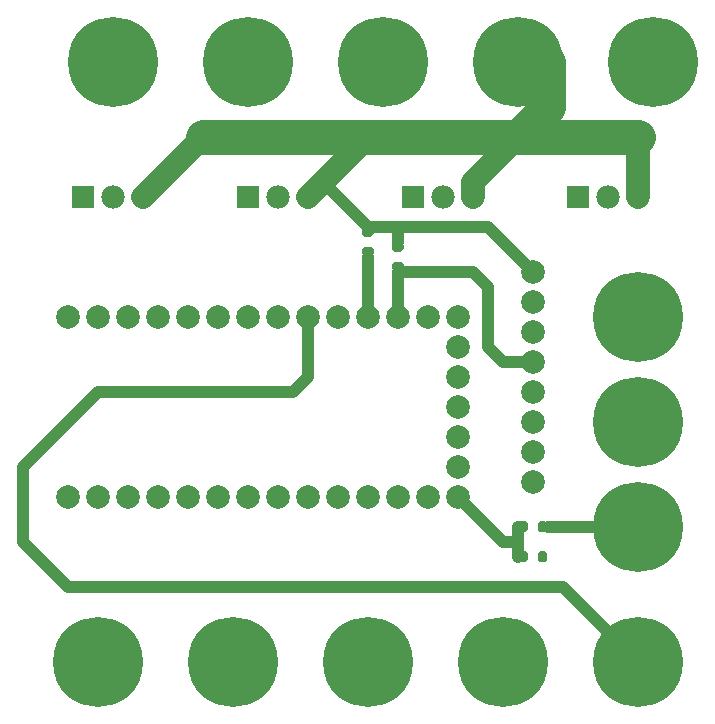
<source format=gtl>
G04 #@! TF.GenerationSoftware,KiCad,Pcbnew,(5.1.10)-1*
G04 #@! TF.CreationDate,2022-02-18T16:50:56-06:00*
G04 #@! TF.ProjectId,MainBoard,4d61696e-426f-4617-9264-2e6b69636164,rev?*
G04 #@! TF.SameCoordinates,Original*
G04 #@! TF.FileFunction,Copper,L1,Top*
G04 #@! TF.FilePolarity,Positive*
%FSLAX46Y46*%
G04 Gerber Fmt 4.6, Leading zero omitted, Abs format (unit mm)*
G04 Created by KiCad (PCBNEW (5.1.10)-1) date 2022-02-18 16:50:56*
%MOMM*%
%LPD*%
G01*
G04 APERTURE LIST*
G04 #@! TA.AperFunction,ComponentPad*
%ADD10C,2.000000*%
G04 #@! TD*
G04 #@! TA.AperFunction,ComponentPad*
%ADD11C,7.620000*%
G04 #@! TD*
G04 #@! TA.AperFunction,ComponentPad*
%ADD12C,1.980000*%
G04 #@! TD*
G04 #@! TA.AperFunction,ComponentPad*
%ADD13R,1.980000X1.980000*%
G04 #@! TD*
G04 #@! TA.AperFunction,Conductor*
%ADD14C,1.000000*%
G04 #@! TD*
G04 #@! TA.AperFunction,Conductor*
%ADD15C,3.000000*%
G04 #@! TD*
G04 #@! TA.AperFunction,Conductor*
%ADD16C,2.000000*%
G04 #@! TD*
G04 APERTURE END LIST*
D10*
X58420000Y-57150000D03*
X58420000Y-54610000D03*
X58420000Y-52070000D03*
X58420000Y-49530000D03*
X58420000Y-46990000D03*
X58420000Y-44450000D03*
X58420000Y-41910000D03*
X58420000Y-39370000D03*
G04 #@! TA.AperFunction,SMDPad,CuDef*
G36*
G01*
X57995000Y-63225000D02*
X57995000Y-63775000D01*
G75*
G02*
X57795000Y-63975000I-200000J0D01*
G01*
X57395000Y-63975000D01*
G75*
G02*
X57195000Y-63775000I0J200000D01*
G01*
X57195000Y-63225000D01*
G75*
G02*
X57395000Y-63025000I200000J0D01*
G01*
X57795000Y-63025000D01*
G75*
G02*
X57995000Y-63225000I0J-200000D01*
G01*
G37*
G04 #@! TD.AperFunction*
G04 #@! TA.AperFunction,SMDPad,CuDef*
G36*
G01*
X59645000Y-63225000D02*
X59645000Y-63775000D01*
G75*
G02*
X59445000Y-63975000I-200000J0D01*
G01*
X59045000Y-63975000D01*
G75*
G02*
X58845000Y-63775000I0J200000D01*
G01*
X58845000Y-63225000D01*
G75*
G02*
X59045000Y-63025000I200000J0D01*
G01*
X59445000Y-63025000D01*
G75*
G02*
X59645000Y-63225000I0J-200000D01*
G01*
G37*
G04 #@! TD.AperFunction*
G04 #@! TA.AperFunction,SMDPad,CuDef*
G36*
G01*
X58845000Y-61235000D02*
X58845000Y-60685000D01*
G75*
G02*
X59045000Y-60485000I200000J0D01*
G01*
X59445000Y-60485000D01*
G75*
G02*
X59645000Y-60685000I0J-200000D01*
G01*
X59645000Y-61235000D01*
G75*
G02*
X59445000Y-61435000I-200000J0D01*
G01*
X59045000Y-61435000D01*
G75*
G02*
X58845000Y-61235000I0J200000D01*
G01*
G37*
G04 #@! TD.AperFunction*
G04 #@! TA.AperFunction,SMDPad,CuDef*
G36*
G01*
X57195000Y-61235000D02*
X57195000Y-60685000D01*
G75*
G02*
X57395000Y-60485000I200000J0D01*
G01*
X57795000Y-60485000D01*
G75*
G02*
X57995000Y-60685000I0J-200000D01*
G01*
X57995000Y-61235000D01*
G75*
G02*
X57795000Y-61435000I-200000J0D01*
G01*
X57395000Y-61435000D01*
G75*
G02*
X57195000Y-61235000I0J200000D01*
G01*
G37*
G04 #@! TD.AperFunction*
D11*
X67310000Y-43180000D03*
D12*
X53360000Y-33020000D03*
X50810000Y-33020000D03*
D13*
X48260000Y-33020000D03*
D12*
X25420000Y-33020000D03*
X22870000Y-33020000D03*
D13*
X20320000Y-33020000D03*
D11*
X67310000Y-52070000D03*
X67310000Y-60960000D03*
X67310000Y-72390000D03*
X55880000Y-72390000D03*
X44450000Y-72390000D03*
X33020000Y-72390000D03*
X21590000Y-72390000D03*
X68580000Y-21590000D03*
X57150000Y-21590000D03*
X45720000Y-21590000D03*
X34290000Y-21590000D03*
X22860000Y-21590000D03*
D10*
X52070000Y-55880000D03*
X52070000Y-53340000D03*
X52070000Y-50800000D03*
X52070000Y-48260000D03*
X52070000Y-45720000D03*
X52070000Y-58420000D03*
X52070000Y-43180000D03*
X49530000Y-58420000D03*
X49530000Y-43180000D03*
X46990000Y-58420000D03*
X46990000Y-43180000D03*
X44450000Y-58420000D03*
X44450000Y-43180000D03*
X41910000Y-58420000D03*
X41910000Y-43180000D03*
X39370000Y-58420000D03*
X39370000Y-43180000D03*
X36830000Y-58420000D03*
X36830000Y-43180000D03*
X34290000Y-58420000D03*
X34290000Y-43180000D03*
X31750000Y-58420000D03*
X31750000Y-43180000D03*
X29210000Y-58420000D03*
X29210000Y-43180000D03*
X26670000Y-58420000D03*
X26670000Y-43180000D03*
X24130000Y-58420000D03*
X24130000Y-43180000D03*
X21590000Y-58420000D03*
X21590000Y-43180000D03*
X19050000Y-58420000D03*
X19050000Y-43180000D03*
D12*
X67330000Y-33020000D03*
X64780000Y-33020000D03*
D13*
X62230000Y-33020000D03*
D12*
X39390000Y-33020000D03*
X36840000Y-33020000D03*
D13*
X34290000Y-33020000D03*
G04 #@! TA.AperFunction,SMDPad,CuDef*
G36*
G01*
X44725000Y-36405000D02*
X44175000Y-36405000D01*
G75*
G02*
X43975000Y-36205000I0J200000D01*
G01*
X43975000Y-35805000D01*
G75*
G02*
X44175000Y-35605000I200000J0D01*
G01*
X44725000Y-35605000D01*
G75*
G02*
X44925000Y-35805000I0J-200000D01*
G01*
X44925000Y-36205000D01*
G75*
G02*
X44725000Y-36405000I-200000J0D01*
G01*
G37*
G04 #@! TD.AperFunction*
G04 #@! TA.AperFunction,SMDPad,CuDef*
G36*
G01*
X44725000Y-38055000D02*
X44175000Y-38055000D01*
G75*
G02*
X43975000Y-37855000I0J200000D01*
G01*
X43975000Y-37455000D01*
G75*
G02*
X44175000Y-37255000I200000J0D01*
G01*
X44725000Y-37255000D01*
G75*
G02*
X44925000Y-37455000I0J-200000D01*
G01*
X44925000Y-37855000D01*
G75*
G02*
X44725000Y-38055000I-200000J0D01*
G01*
G37*
G04 #@! TD.AperFunction*
G04 #@! TA.AperFunction,SMDPad,CuDef*
G36*
G01*
X47265000Y-37675000D02*
X46715000Y-37675000D01*
G75*
G02*
X46515000Y-37475000I0J200000D01*
G01*
X46515000Y-37075000D01*
G75*
G02*
X46715000Y-36875000I200000J0D01*
G01*
X47265000Y-36875000D01*
G75*
G02*
X47465000Y-37075000I0J-200000D01*
G01*
X47465000Y-37475000D01*
G75*
G02*
X47265000Y-37675000I-200000J0D01*
G01*
G37*
G04 #@! TD.AperFunction*
G04 #@! TA.AperFunction,SMDPad,CuDef*
G36*
G01*
X47265000Y-39325000D02*
X46715000Y-39325000D01*
G75*
G02*
X46515000Y-39125000I0J200000D01*
G01*
X46515000Y-38725000D01*
G75*
G02*
X46715000Y-38525000I200000J0D01*
G01*
X47265000Y-38525000D01*
G75*
G02*
X47465000Y-38725000I0J-200000D01*
G01*
X47465000Y-39125000D01*
G75*
G02*
X47265000Y-39325000I-200000J0D01*
G01*
G37*
G04 #@! TD.AperFunction*
D14*
X67310000Y-60960000D02*
X66040000Y-60960000D01*
X57150000Y-60960000D02*
X57150000Y-62230000D01*
X57150000Y-62230000D02*
X57150000Y-63500000D01*
X67310000Y-60960000D02*
X59690000Y-60960000D01*
X57150000Y-62230000D02*
X55880000Y-62230000D01*
X55880000Y-62230000D02*
X52070000Y-58420000D01*
X44450000Y-43180000D02*
X44450000Y-38100000D01*
X46990000Y-43180000D02*
X46990000Y-39370000D01*
X55880000Y-46990000D02*
X58420000Y-46990000D01*
X54610000Y-45720000D02*
X55880000Y-46990000D01*
X54610000Y-40640000D02*
X54610000Y-45720000D01*
X53340000Y-39370000D02*
X54610000Y-40640000D01*
X46990000Y-39370000D02*
X53340000Y-39370000D01*
X40640000Y-31750000D02*
X44450000Y-35560000D01*
X46990000Y-35560000D02*
X46990000Y-36830000D01*
X44450000Y-35560000D02*
X46990000Y-35560000D01*
X58420000Y-46990000D02*
X55880000Y-46990000D01*
X46990000Y-35560000D02*
X54610000Y-35560000D01*
X54610000Y-35560000D02*
X58420000Y-39370000D01*
X39370000Y-43180000D02*
X39370000Y-48260000D01*
X60960000Y-66040000D02*
X67310000Y-72390000D01*
X19050000Y-66040000D02*
X60960000Y-66040000D01*
X15240000Y-62230000D02*
X19050000Y-66040000D01*
X15240000Y-55880000D02*
X15240000Y-62230000D01*
X21590000Y-49530000D02*
X15240000Y-55880000D01*
X38100000Y-49530000D02*
X21590000Y-49530000D01*
X39370000Y-48260000D02*
X38100000Y-49530000D01*
D15*
X59690000Y-21590000D02*
X57150000Y-21590000D01*
X59690000Y-25400000D02*
X59690000Y-21590000D01*
X57150000Y-27940000D02*
X59690000Y-25400000D01*
X30480000Y-27940000D02*
X44450000Y-27940000D01*
D16*
X25420000Y-33000000D02*
X30480000Y-27940000D01*
X25420000Y-33020000D02*
X25420000Y-33000000D01*
D15*
X57150000Y-27940000D02*
X44450000Y-27940000D01*
D16*
X39390000Y-33000000D02*
X44450000Y-27940000D01*
X39390000Y-33000000D02*
X39390000Y-33020000D01*
D15*
X67310000Y-27940000D02*
X57150000Y-27940000D01*
X67330000Y-27960000D02*
X67310000Y-27940000D01*
D16*
X53360000Y-33020000D02*
X53360000Y-31730000D01*
X53360000Y-31730000D02*
X57150000Y-27940000D01*
X67330000Y-33020000D02*
X67330000Y-27960000D01*
X67330000Y-27960000D02*
X67310000Y-27940000D01*
M02*

</source>
